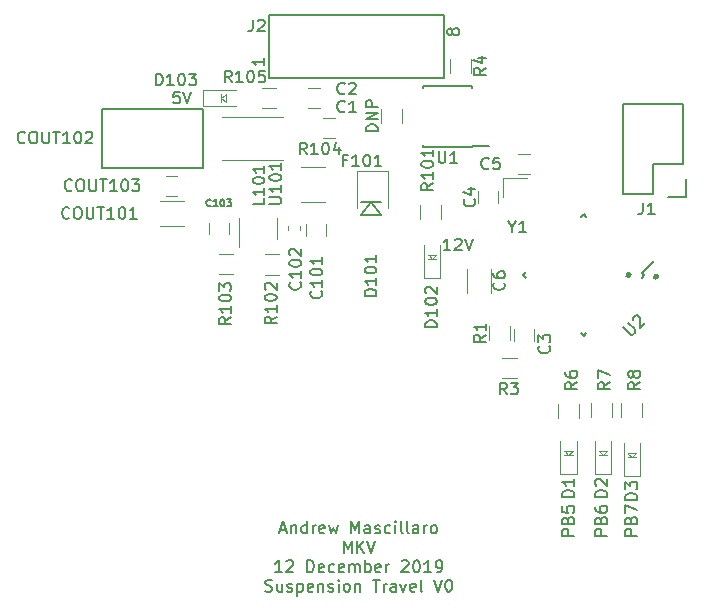
<source format=gbr>
G04 #@! TF.GenerationSoftware,KiCad,Pcbnew,5.1.4*
G04 #@! TF.CreationDate,2019-12-12T21:33:50-05:00*
G04 #@! TF.ProjectId,Suspension_Travel,53757370-656e-4736-996f-6e5f54726176,rev?*
G04 #@! TF.SameCoordinates,Original*
G04 #@! TF.FileFunction,Legend,Top*
G04 #@! TF.FilePolarity,Positive*
%FSLAX46Y46*%
G04 Gerber Fmt 4.6, Leading zero omitted, Abs format (unit mm)*
G04 Created by KiCad (PCBNEW 5.1.4) date 2019-12-12 21:33:50*
%MOMM*%
%LPD*%
G04 APERTURE LIST*
%ADD10C,0.150000*%
%ADD11C,0.120000*%
%ADD12C,0.200000*%
%ADD13C,0.100000*%
%ADD14C,0.500000*%
G04 APERTURE END LIST*
D10*
X121650952Y-121643666D02*
X122127142Y-121643666D01*
X121555714Y-121929380D02*
X121889047Y-120929380D01*
X122222380Y-121929380D01*
X122555714Y-121262714D02*
X122555714Y-121929380D01*
X122555714Y-121357952D02*
X122603333Y-121310333D01*
X122698571Y-121262714D01*
X122841428Y-121262714D01*
X122936666Y-121310333D01*
X122984285Y-121405571D01*
X122984285Y-121929380D01*
X123889047Y-121929380D02*
X123889047Y-120929380D01*
X123889047Y-121881761D02*
X123793809Y-121929380D01*
X123603333Y-121929380D01*
X123508095Y-121881761D01*
X123460476Y-121834142D01*
X123412857Y-121738904D01*
X123412857Y-121453190D01*
X123460476Y-121357952D01*
X123508095Y-121310333D01*
X123603333Y-121262714D01*
X123793809Y-121262714D01*
X123889047Y-121310333D01*
X124365238Y-121929380D02*
X124365238Y-121262714D01*
X124365238Y-121453190D02*
X124412857Y-121357952D01*
X124460476Y-121310333D01*
X124555714Y-121262714D01*
X124650952Y-121262714D01*
X125365238Y-121881761D02*
X125270000Y-121929380D01*
X125079523Y-121929380D01*
X124984285Y-121881761D01*
X124936666Y-121786523D01*
X124936666Y-121405571D01*
X124984285Y-121310333D01*
X125079523Y-121262714D01*
X125270000Y-121262714D01*
X125365238Y-121310333D01*
X125412857Y-121405571D01*
X125412857Y-121500809D01*
X124936666Y-121596047D01*
X125746190Y-121262714D02*
X125936666Y-121929380D01*
X126127142Y-121453190D01*
X126317619Y-121929380D01*
X126508095Y-121262714D01*
X127650952Y-121929380D02*
X127650952Y-120929380D01*
X127984285Y-121643666D01*
X128317619Y-120929380D01*
X128317619Y-121929380D01*
X129222380Y-121929380D02*
X129222380Y-121405571D01*
X129174761Y-121310333D01*
X129079523Y-121262714D01*
X128889047Y-121262714D01*
X128793809Y-121310333D01*
X129222380Y-121881761D02*
X129127142Y-121929380D01*
X128889047Y-121929380D01*
X128793809Y-121881761D01*
X128746190Y-121786523D01*
X128746190Y-121691285D01*
X128793809Y-121596047D01*
X128889047Y-121548428D01*
X129127142Y-121548428D01*
X129222380Y-121500809D01*
X129650952Y-121881761D02*
X129746190Y-121929380D01*
X129936666Y-121929380D01*
X130031904Y-121881761D01*
X130079523Y-121786523D01*
X130079523Y-121738904D01*
X130031904Y-121643666D01*
X129936666Y-121596047D01*
X129793809Y-121596047D01*
X129698571Y-121548428D01*
X129650952Y-121453190D01*
X129650952Y-121405571D01*
X129698571Y-121310333D01*
X129793809Y-121262714D01*
X129936666Y-121262714D01*
X130031904Y-121310333D01*
X130936666Y-121881761D02*
X130841428Y-121929380D01*
X130650952Y-121929380D01*
X130555714Y-121881761D01*
X130508095Y-121834142D01*
X130460476Y-121738904D01*
X130460476Y-121453190D01*
X130508095Y-121357952D01*
X130555714Y-121310333D01*
X130650952Y-121262714D01*
X130841428Y-121262714D01*
X130936666Y-121310333D01*
X131365238Y-121929380D02*
X131365238Y-121262714D01*
X131365238Y-120929380D02*
X131317619Y-120977000D01*
X131365238Y-121024619D01*
X131412857Y-120977000D01*
X131365238Y-120929380D01*
X131365238Y-121024619D01*
X131984285Y-121929380D02*
X131889047Y-121881761D01*
X131841428Y-121786523D01*
X131841428Y-120929380D01*
X132508095Y-121929380D02*
X132412857Y-121881761D01*
X132365238Y-121786523D01*
X132365238Y-120929380D01*
X133317619Y-121929380D02*
X133317619Y-121405571D01*
X133270000Y-121310333D01*
X133174761Y-121262714D01*
X132984285Y-121262714D01*
X132889047Y-121310333D01*
X133317619Y-121881761D02*
X133222380Y-121929380D01*
X132984285Y-121929380D01*
X132889047Y-121881761D01*
X132841428Y-121786523D01*
X132841428Y-121691285D01*
X132889047Y-121596047D01*
X132984285Y-121548428D01*
X133222380Y-121548428D01*
X133317619Y-121500809D01*
X133793809Y-121929380D02*
X133793809Y-121262714D01*
X133793809Y-121453190D02*
X133841428Y-121357952D01*
X133889047Y-121310333D01*
X133984285Y-121262714D01*
X134079523Y-121262714D01*
X134555714Y-121929380D02*
X134460476Y-121881761D01*
X134412857Y-121834142D01*
X134365238Y-121738904D01*
X134365238Y-121453190D01*
X134412857Y-121357952D01*
X134460476Y-121310333D01*
X134555714Y-121262714D01*
X134698571Y-121262714D01*
X134793809Y-121310333D01*
X134841428Y-121357952D01*
X134889047Y-121453190D01*
X134889047Y-121738904D01*
X134841428Y-121834142D01*
X134793809Y-121881761D01*
X134698571Y-121929380D01*
X134555714Y-121929380D01*
X127008095Y-123579380D02*
X127008095Y-122579380D01*
X127341428Y-123293666D01*
X127674761Y-122579380D01*
X127674761Y-123579380D01*
X128150952Y-123579380D02*
X128150952Y-122579380D01*
X128722380Y-123579380D02*
X128293809Y-123007952D01*
X128722380Y-122579380D02*
X128150952Y-123150809D01*
X129008095Y-122579380D02*
X129341428Y-123579380D01*
X129674761Y-122579380D01*
X121770000Y-125229380D02*
X121198571Y-125229380D01*
X121484285Y-125229380D02*
X121484285Y-124229380D01*
X121389047Y-124372238D01*
X121293809Y-124467476D01*
X121198571Y-124515095D01*
X122150952Y-124324619D02*
X122198571Y-124277000D01*
X122293809Y-124229380D01*
X122531904Y-124229380D01*
X122627142Y-124277000D01*
X122674761Y-124324619D01*
X122722380Y-124419857D01*
X122722380Y-124515095D01*
X122674761Y-124657952D01*
X122103333Y-125229380D01*
X122722380Y-125229380D01*
X123912857Y-125229380D02*
X123912857Y-124229380D01*
X124150952Y-124229380D01*
X124293809Y-124277000D01*
X124389047Y-124372238D01*
X124436666Y-124467476D01*
X124484285Y-124657952D01*
X124484285Y-124800809D01*
X124436666Y-124991285D01*
X124389047Y-125086523D01*
X124293809Y-125181761D01*
X124150952Y-125229380D01*
X123912857Y-125229380D01*
X125293809Y-125181761D02*
X125198571Y-125229380D01*
X125008095Y-125229380D01*
X124912857Y-125181761D01*
X124865238Y-125086523D01*
X124865238Y-124705571D01*
X124912857Y-124610333D01*
X125008095Y-124562714D01*
X125198571Y-124562714D01*
X125293809Y-124610333D01*
X125341428Y-124705571D01*
X125341428Y-124800809D01*
X124865238Y-124896047D01*
X126198571Y-125181761D02*
X126103333Y-125229380D01*
X125912857Y-125229380D01*
X125817619Y-125181761D01*
X125770000Y-125134142D01*
X125722380Y-125038904D01*
X125722380Y-124753190D01*
X125770000Y-124657952D01*
X125817619Y-124610333D01*
X125912857Y-124562714D01*
X126103333Y-124562714D01*
X126198571Y-124610333D01*
X127008095Y-125181761D02*
X126912857Y-125229380D01*
X126722380Y-125229380D01*
X126627142Y-125181761D01*
X126579523Y-125086523D01*
X126579523Y-124705571D01*
X126627142Y-124610333D01*
X126722380Y-124562714D01*
X126912857Y-124562714D01*
X127008095Y-124610333D01*
X127055714Y-124705571D01*
X127055714Y-124800809D01*
X126579523Y-124896047D01*
X127484285Y-125229380D02*
X127484285Y-124562714D01*
X127484285Y-124657952D02*
X127531904Y-124610333D01*
X127627142Y-124562714D01*
X127770000Y-124562714D01*
X127865238Y-124610333D01*
X127912857Y-124705571D01*
X127912857Y-125229380D01*
X127912857Y-124705571D02*
X127960476Y-124610333D01*
X128055714Y-124562714D01*
X128198571Y-124562714D01*
X128293809Y-124610333D01*
X128341428Y-124705571D01*
X128341428Y-125229380D01*
X128817619Y-125229380D02*
X128817619Y-124229380D01*
X128817619Y-124610333D02*
X128912857Y-124562714D01*
X129103333Y-124562714D01*
X129198571Y-124610333D01*
X129246190Y-124657952D01*
X129293809Y-124753190D01*
X129293809Y-125038904D01*
X129246190Y-125134142D01*
X129198571Y-125181761D01*
X129103333Y-125229380D01*
X128912857Y-125229380D01*
X128817619Y-125181761D01*
X130103333Y-125181761D02*
X130008095Y-125229380D01*
X129817619Y-125229380D01*
X129722380Y-125181761D01*
X129674761Y-125086523D01*
X129674761Y-124705571D01*
X129722380Y-124610333D01*
X129817619Y-124562714D01*
X130008095Y-124562714D01*
X130103333Y-124610333D01*
X130150952Y-124705571D01*
X130150952Y-124800809D01*
X129674761Y-124896047D01*
X130579523Y-125229380D02*
X130579523Y-124562714D01*
X130579523Y-124753190D02*
X130627142Y-124657952D01*
X130674761Y-124610333D01*
X130770000Y-124562714D01*
X130865238Y-124562714D01*
X131912857Y-124324619D02*
X131960476Y-124277000D01*
X132055714Y-124229380D01*
X132293809Y-124229380D01*
X132389047Y-124277000D01*
X132436666Y-124324619D01*
X132484285Y-124419857D01*
X132484285Y-124515095D01*
X132436666Y-124657952D01*
X131865238Y-125229380D01*
X132484285Y-125229380D01*
X133103333Y-124229380D02*
X133198571Y-124229380D01*
X133293809Y-124277000D01*
X133341428Y-124324619D01*
X133389047Y-124419857D01*
X133436666Y-124610333D01*
X133436666Y-124848428D01*
X133389047Y-125038904D01*
X133341428Y-125134142D01*
X133293809Y-125181761D01*
X133198571Y-125229380D01*
X133103333Y-125229380D01*
X133008095Y-125181761D01*
X132960476Y-125134142D01*
X132912857Y-125038904D01*
X132865238Y-124848428D01*
X132865238Y-124610333D01*
X132912857Y-124419857D01*
X132960476Y-124324619D01*
X133008095Y-124277000D01*
X133103333Y-124229380D01*
X134389047Y-125229380D02*
X133817619Y-125229380D01*
X134103333Y-125229380D02*
X134103333Y-124229380D01*
X134008095Y-124372238D01*
X133912857Y-124467476D01*
X133817619Y-124515095D01*
X134865238Y-125229380D02*
X135055714Y-125229380D01*
X135150952Y-125181761D01*
X135198571Y-125134142D01*
X135293809Y-124991285D01*
X135341428Y-124800809D01*
X135341428Y-124419857D01*
X135293809Y-124324619D01*
X135246190Y-124277000D01*
X135150952Y-124229380D01*
X134960476Y-124229380D01*
X134865238Y-124277000D01*
X134817619Y-124324619D01*
X134770000Y-124419857D01*
X134770000Y-124657952D01*
X134817619Y-124753190D01*
X134865238Y-124800809D01*
X134960476Y-124848428D01*
X135150952Y-124848428D01*
X135246190Y-124800809D01*
X135293809Y-124753190D01*
X135341428Y-124657952D01*
X120365238Y-126831761D02*
X120508095Y-126879380D01*
X120746190Y-126879380D01*
X120841428Y-126831761D01*
X120889047Y-126784142D01*
X120936666Y-126688904D01*
X120936666Y-126593666D01*
X120889047Y-126498428D01*
X120841428Y-126450809D01*
X120746190Y-126403190D01*
X120555714Y-126355571D01*
X120460476Y-126307952D01*
X120412857Y-126260333D01*
X120365238Y-126165095D01*
X120365238Y-126069857D01*
X120412857Y-125974619D01*
X120460476Y-125927000D01*
X120555714Y-125879380D01*
X120793809Y-125879380D01*
X120936666Y-125927000D01*
X121793809Y-126212714D02*
X121793809Y-126879380D01*
X121365238Y-126212714D02*
X121365238Y-126736523D01*
X121412857Y-126831761D01*
X121508095Y-126879380D01*
X121650952Y-126879380D01*
X121746190Y-126831761D01*
X121793809Y-126784142D01*
X122222380Y-126831761D02*
X122317619Y-126879380D01*
X122508095Y-126879380D01*
X122603333Y-126831761D01*
X122650952Y-126736523D01*
X122650952Y-126688904D01*
X122603333Y-126593666D01*
X122508095Y-126546047D01*
X122365238Y-126546047D01*
X122270000Y-126498428D01*
X122222380Y-126403190D01*
X122222380Y-126355571D01*
X122270000Y-126260333D01*
X122365238Y-126212714D01*
X122508095Y-126212714D01*
X122603333Y-126260333D01*
X123079523Y-126212714D02*
X123079523Y-127212714D01*
X123079523Y-126260333D02*
X123174761Y-126212714D01*
X123365238Y-126212714D01*
X123460476Y-126260333D01*
X123508095Y-126307952D01*
X123555714Y-126403190D01*
X123555714Y-126688904D01*
X123508095Y-126784142D01*
X123460476Y-126831761D01*
X123365238Y-126879380D01*
X123174761Y-126879380D01*
X123079523Y-126831761D01*
X124365238Y-126831761D02*
X124270000Y-126879380D01*
X124079523Y-126879380D01*
X123984285Y-126831761D01*
X123936666Y-126736523D01*
X123936666Y-126355571D01*
X123984285Y-126260333D01*
X124079523Y-126212714D01*
X124270000Y-126212714D01*
X124365238Y-126260333D01*
X124412857Y-126355571D01*
X124412857Y-126450809D01*
X123936666Y-126546047D01*
X124841428Y-126212714D02*
X124841428Y-126879380D01*
X124841428Y-126307952D02*
X124889047Y-126260333D01*
X124984285Y-126212714D01*
X125127142Y-126212714D01*
X125222380Y-126260333D01*
X125270000Y-126355571D01*
X125270000Y-126879380D01*
X125698571Y-126831761D02*
X125793809Y-126879380D01*
X125984285Y-126879380D01*
X126079523Y-126831761D01*
X126127142Y-126736523D01*
X126127142Y-126688904D01*
X126079523Y-126593666D01*
X125984285Y-126546047D01*
X125841428Y-126546047D01*
X125746190Y-126498428D01*
X125698571Y-126403190D01*
X125698571Y-126355571D01*
X125746190Y-126260333D01*
X125841428Y-126212714D01*
X125984285Y-126212714D01*
X126079523Y-126260333D01*
X126555714Y-126879380D02*
X126555714Y-126212714D01*
X126555714Y-125879380D02*
X126508095Y-125927000D01*
X126555714Y-125974619D01*
X126603333Y-125927000D01*
X126555714Y-125879380D01*
X126555714Y-125974619D01*
X127174761Y-126879380D02*
X127079523Y-126831761D01*
X127031904Y-126784142D01*
X126984285Y-126688904D01*
X126984285Y-126403190D01*
X127031904Y-126307952D01*
X127079523Y-126260333D01*
X127174761Y-126212714D01*
X127317619Y-126212714D01*
X127412857Y-126260333D01*
X127460476Y-126307952D01*
X127508095Y-126403190D01*
X127508095Y-126688904D01*
X127460476Y-126784142D01*
X127412857Y-126831761D01*
X127317619Y-126879380D01*
X127174761Y-126879380D01*
X127936666Y-126212714D02*
X127936666Y-126879380D01*
X127936666Y-126307952D02*
X127984285Y-126260333D01*
X128079523Y-126212714D01*
X128222380Y-126212714D01*
X128317619Y-126260333D01*
X128365238Y-126355571D01*
X128365238Y-126879380D01*
X129460476Y-125879380D02*
X130031904Y-125879380D01*
X129746190Y-126879380D02*
X129746190Y-125879380D01*
X130365238Y-126879380D02*
X130365238Y-126212714D01*
X130365238Y-126403190D02*
X130412857Y-126307952D01*
X130460476Y-126260333D01*
X130555714Y-126212714D01*
X130650952Y-126212714D01*
X131412857Y-126879380D02*
X131412857Y-126355571D01*
X131365238Y-126260333D01*
X131270000Y-126212714D01*
X131079523Y-126212714D01*
X130984285Y-126260333D01*
X131412857Y-126831761D02*
X131317619Y-126879380D01*
X131079523Y-126879380D01*
X130984285Y-126831761D01*
X130936666Y-126736523D01*
X130936666Y-126641285D01*
X130984285Y-126546047D01*
X131079523Y-126498428D01*
X131317619Y-126498428D01*
X131412857Y-126450809D01*
X131793809Y-126212714D02*
X132031904Y-126879380D01*
X132270000Y-126212714D01*
X133031904Y-126831761D02*
X132936666Y-126879380D01*
X132746190Y-126879380D01*
X132650952Y-126831761D01*
X132603333Y-126736523D01*
X132603333Y-126355571D01*
X132650952Y-126260333D01*
X132746190Y-126212714D01*
X132936666Y-126212714D01*
X133031904Y-126260333D01*
X133079523Y-126355571D01*
X133079523Y-126450809D01*
X132603333Y-126546047D01*
X133650952Y-126879380D02*
X133555714Y-126831761D01*
X133508095Y-126736523D01*
X133508095Y-125879380D01*
X134650952Y-125879380D02*
X134984285Y-126879380D01*
X135317619Y-125879380D01*
X135841428Y-125879380D02*
X135936666Y-125879380D01*
X136031904Y-125927000D01*
X136079523Y-125974619D01*
X136127142Y-126069857D01*
X136174761Y-126260333D01*
X136174761Y-126498428D01*
X136127142Y-126688904D01*
X136079523Y-126784142D01*
X136031904Y-126831761D01*
X135936666Y-126879380D01*
X135841428Y-126879380D01*
X135746190Y-126831761D01*
X135698571Y-126784142D01*
X135650952Y-126688904D01*
X135603333Y-126498428D01*
X135603333Y-126260333D01*
X135650952Y-126069857D01*
X135698571Y-125974619D01*
X135746190Y-125927000D01*
X135841428Y-125879380D01*
X151836380Y-122142095D02*
X150836380Y-122142095D01*
X150836380Y-121761142D01*
X150884000Y-121665904D01*
X150931619Y-121618285D01*
X151026857Y-121570666D01*
X151169714Y-121570666D01*
X151264952Y-121618285D01*
X151312571Y-121665904D01*
X151360190Y-121761142D01*
X151360190Y-122142095D01*
X151312571Y-120808761D02*
X151360190Y-120665904D01*
X151407809Y-120618285D01*
X151503047Y-120570666D01*
X151645904Y-120570666D01*
X151741142Y-120618285D01*
X151788761Y-120665904D01*
X151836380Y-120761142D01*
X151836380Y-121142095D01*
X150836380Y-121142095D01*
X150836380Y-120808761D01*
X150884000Y-120713523D01*
X150931619Y-120665904D01*
X151026857Y-120618285D01*
X151122095Y-120618285D01*
X151217333Y-120665904D01*
X151264952Y-120713523D01*
X151312571Y-120808761D01*
X151312571Y-121142095D01*
X150836380Y-120237333D02*
X150836380Y-119570666D01*
X151836380Y-119999238D01*
X149296380Y-122142095D02*
X148296380Y-122142095D01*
X148296380Y-121761142D01*
X148344000Y-121665904D01*
X148391619Y-121618285D01*
X148486857Y-121570666D01*
X148629714Y-121570666D01*
X148724952Y-121618285D01*
X148772571Y-121665904D01*
X148820190Y-121761142D01*
X148820190Y-122142095D01*
X148772571Y-120808761D02*
X148820190Y-120665904D01*
X148867809Y-120618285D01*
X148963047Y-120570666D01*
X149105904Y-120570666D01*
X149201142Y-120618285D01*
X149248761Y-120665904D01*
X149296380Y-120761142D01*
X149296380Y-121142095D01*
X148296380Y-121142095D01*
X148296380Y-120808761D01*
X148344000Y-120713523D01*
X148391619Y-120665904D01*
X148486857Y-120618285D01*
X148582095Y-120618285D01*
X148677333Y-120665904D01*
X148724952Y-120713523D01*
X148772571Y-120808761D01*
X148772571Y-121142095D01*
X148296380Y-119713523D02*
X148296380Y-119904000D01*
X148344000Y-119999238D01*
X148391619Y-120046857D01*
X148534476Y-120142095D01*
X148724952Y-120189714D01*
X149105904Y-120189714D01*
X149201142Y-120142095D01*
X149248761Y-120094476D01*
X149296380Y-119999238D01*
X149296380Y-119808761D01*
X149248761Y-119713523D01*
X149201142Y-119665904D01*
X149105904Y-119618285D01*
X148867809Y-119618285D01*
X148772571Y-119665904D01*
X148724952Y-119713523D01*
X148677333Y-119808761D01*
X148677333Y-119999238D01*
X148724952Y-120094476D01*
X148772571Y-120142095D01*
X148867809Y-120189714D01*
X146502380Y-122142095D02*
X145502380Y-122142095D01*
X145502380Y-121761142D01*
X145550000Y-121665904D01*
X145597619Y-121618285D01*
X145692857Y-121570666D01*
X145835714Y-121570666D01*
X145930952Y-121618285D01*
X145978571Y-121665904D01*
X146026190Y-121761142D01*
X146026190Y-122142095D01*
X145978571Y-120808761D02*
X146026190Y-120665904D01*
X146073809Y-120618285D01*
X146169047Y-120570666D01*
X146311904Y-120570666D01*
X146407142Y-120618285D01*
X146454761Y-120665904D01*
X146502380Y-120761142D01*
X146502380Y-121142095D01*
X145502380Y-121142095D01*
X145502380Y-120808761D01*
X145550000Y-120713523D01*
X145597619Y-120665904D01*
X145692857Y-120618285D01*
X145788095Y-120618285D01*
X145883333Y-120665904D01*
X145930952Y-120713523D01*
X145978571Y-120808761D01*
X145978571Y-121142095D01*
X145502380Y-119665904D02*
X145502380Y-120142095D01*
X145978571Y-120189714D01*
X145930952Y-120142095D01*
X145883333Y-120046857D01*
X145883333Y-119808761D01*
X145930952Y-119713523D01*
X145978571Y-119665904D01*
X146073809Y-119618285D01*
X146311904Y-119618285D01*
X146407142Y-119665904D01*
X146454761Y-119713523D01*
X146502380Y-119808761D01*
X146502380Y-120046857D01*
X146454761Y-120142095D01*
X146407142Y-120189714D01*
X136032952Y-97988380D02*
X135461523Y-97988380D01*
X135747238Y-97988380D02*
X135747238Y-96988380D01*
X135652000Y-97131238D01*
X135556761Y-97226476D01*
X135461523Y-97274095D01*
X136413904Y-97083619D02*
X136461523Y-97036000D01*
X136556761Y-96988380D01*
X136794857Y-96988380D01*
X136890095Y-97036000D01*
X136937714Y-97083619D01*
X136985333Y-97178857D01*
X136985333Y-97274095D01*
X136937714Y-97416952D01*
X136366285Y-97988380D01*
X136985333Y-97988380D01*
X137271047Y-96988380D02*
X137604380Y-97988380D01*
X137937714Y-96988380D01*
X113093523Y-84542380D02*
X112617333Y-84542380D01*
X112569714Y-85018571D01*
X112617333Y-84970952D01*
X112712571Y-84923333D01*
X112950666Y-84923333D01*
X113045904Y-84970952D01*
X113093523Y-85018571D01*
X113141142Y-85113809D01*
X113141142Y-85351904D01*
X113093523Y-85447142D01*
X113045904Y-85494761D01*
X112950666Y-85542380D01*
X112712571Y-85542380D01*
X112617333Y-85494761D01*
X112569714Y-85447142D01*
X113426857Y-84542380D02*
X113760190Y-85542380D01*
X114093523Y-84542380D01*
X135451800Y-83396600D02*
X135451800Y-78096600D01*
X120681800Y-83396600D02*
X120681800Y-78096600D01*
X135451800Y-83396600D02*
X120681800Y-83396600D01*
X135451800Y-78096600D02*
X120681800Y-78096600D01*
X115050700Y-86019000D02*
X115050700Y-91019000D01*
X106550700Y-86019000D02*
X115050700Y-86019000D01*
X106550700Y-91019000D02*
X106550700Y-86019000D01*
X115050700Y-91019000D02*
X106550700Y-91019000D01*
D11*
X117258200Y-96639000D02*
X117258200Y-95639000D01*
X115558200Y-95639000D02*
X115558200Y-96639000D01*
X123409200Y-90912500D02*
X125409200Y-90912500D01*
X125409200Y-93872500D02*
X123409200Y-93872500D01*
X117635580Y-100021280D02*
X116435580Y-100021280D01*
X116435580Y-98261280D02*
X117635580Y-98261280D01*
X120321780Y-98276520D02*
X121521780Y-98276520D01*
X121521780Y-100036520D02*
X120321780Y-100036520D01*
X120050000Y-84210000D02*
X121250000Y-84210000D01*
X121250000Y-85970000D02*
X120050000Y-85970000D01*
X121851800Y-90333920D02*
X116651800Y-90333920D01*
X116651800Y-86693920D02*
X121851800Y-86693920D01*
X121312400Y-97054200D02*
X121312400Y-95254200D01*
X118092400Y-95254200D02*
X118092400Y-97704200D01*
X111431700Y-95889000D02*
X113431700Y-95889000D01*
X113431700Y-93849000D02*
X111431700Y-93849000D01*
X111907700Y-93369500D02*
X112907700Y-93369500D01*
X112907700Y-91669500D02*
X111907700Y-91669500D01*
D12*
X128425700Y-95024500D02*
X129325700Y-93924500D01*
X130125700Y-95024500D02*
X128425700Y-95024500D01*
X129325700Y-93924500D02*
X130125700Y-95024500D01*
X130125700Y-93924500D02*
X128425700Y-93924500D01*
D11*
X130759200Y-91249500D02*
X128092200Y-91249500D01*
X128092200Y-91249500D02*
X128092200Y-94424500D01*
X130759200Y-91249500D02*
X130759200Y-94424500D01*
D13*
X116640000Y-85440000D02*
X116640000Y-85090000D01*
X116640000Y-85090000D02*
X116640000Y-84740000D01*
X116990000Y-85440000D02*
X116640000Y-85090000D01*
X116990000Y-85390000D02*
X116990000Y-85440000D01*
X116990000Y-85440000D02*
X116990000Y-85390000D01*
X116990000Y-84740000D02*
X116990000Y-85390000D01*
X116940000Y-84790000D02*
X116990000Y-84740000D01*
X116640000Y-85090000D02*
X116940000Y-84790000D01*
D11*
X115040000Y-84390000D02*
X115040000Y-85790000D01*
X115040000Y-85790000D02*
X117840000Y-85790000D01*
X115040000Y-84390000D02*
X117840000Y-84390000D01*
D13*
X134830000Y-98720000D02*
X134480000Y-98720000D01*
X134480000Y-98720000D02*
X134130000Y-98720000D01*
X134830000Y-98370000D02*
X134480000Y-98720000D01*
X134780000Y-98370000D02*
X134830000Y-98370000D01*
X134830000Y-98370000D02*
X134780000Y-98370000D01*
X134130000Y-98370000D02*
X134780000Y-98370000D01*
X134180000Y-98420000D02*
X134130000Y-98370000D01*
X134480000Y-98720000D02*
X134180000Y-98420000D01*
D11*
X133780000Y-100320000D02*
X135180000Y-100320000D01*
X135180000Y-100320000D02*
X135180000Y-97520000D01*
X133780000Y-100320000D02*
X133780000Y-97520000D01*
X123777640Y-95750000D02*
X123777640Y-96750000D01*
X125477640Y-96750000D02*
X125477640Y-95750000D01*
X123331700Y-95896721D02*
X123331700Y-96222279D01*
X122311700Y-95896721D02*
X122311700Y-96222279D01*
X126230000Y-86780000D02*
X125230000Y-86780000D01*
X125230000Y-88480000D02*
X126230000Y-88480000D01*
X123960000Y-85940000D02*
X124960000Y-85940000D01*
X124960000Y-84240000D02*
X123960000Y-84240000D01*
X141390000Y-104672000D02*
X141390000Y-105672000D01*
X143090000Y-105672000D02*
X143090000Y-104672000D01*
X140042000Y-93972000D02*
X140042000Y-92972000D01*
X138342000Y-92972000D02*
X138342000Y-93972000D01*
X141740000Y-91528000D02*
X142740000Y-91528000D01*
X142740000Y-89828000D02*
X141740000Y-89828000D01*
X139450000Y-101560000D02*
X139450000Y-99560000D01*
X137410000Y-99560000D02*
X137410000Y-101560000D01*
X145324600Y-116912800D02*
X145324600Y-114112800D01*
X146724600Y-116912800D02*
X146724600Y-114112800D01*
X145324600Y-116912800D02*
X146724600Y-116912800D01*
D13*
X146024600Y-115312800D02*
X145724600Y-115012800D01*
X145724600Y-115012800D02*
X145674600Y-114962800D01*
X145674600Y-114962800D02*
X146324600Y-114962800D01*
X146374600Y-114962800D02*
X146324600Y-114962800D01*
X146324600Y-114962800D02*
X146374600Y-114962800D01*
X146374600Y-114962800D02*
X146024600Y-115312800D01*
X146024600Y-115312800D02*
X145674600Y-115312800D01*
X146374600Y-115312800D02*
X146024600Y-115312800D01*
X149295600Y-115312800D02*
X148945600Y-115312800D01*
X148945600Y-115312800D02*
X148595600Y-115312800D01*
X149295600Y-114962800D02*
X148945600Y-115312800D01*
X149245600Y-114962800D02*
X149295600Y-114962800D01*
X149295600Y-114962800D02*
X149245600Y-114962800D01*
X148595600Y-114962800D02*
X149245600Y-114962800D01*
X148645600Y-115012800D02*
X148595600Y-114962800D01*
X148945600Y-115312800D02*
X148645600Y-115012800D01*
D11*
X148245600Y-116912800D02*
X149645600Y-116912800D01*
X149645600Y-116912800D02*
X149645600Y-114112800D01*
X148245600Y-116912800D02*
X148245600Y-114112800D01*
D13*
X151734000Y-115516000D02*
X151384000Y-115516000D01*
X151384000Y-115516000D02*
X151034000Y-115516000D01*
X151734000Y-115166000D02*
X151384000Y-115516000D01*
X151684000Y-115166000D02*
X151734000Y-115166000D01*
X151734000Y-115166000D02*
X151684000Y-115166000D01*
X151034000Y-115166000D02*
X151684000Y-115166000D01*
X151084000Y-115216000D02*
X151034000Y-115166000D01*
X151384000Y-115516000D02*
X151084000Y-115216000D01*
D11*
X150684000Y-117116000D02*
X152084000Y-117116000D01*
X152084000Y-117116000D02*
X152084000Y-114316000D01*
X150684000Y-117116000D02*
X150684000Y-114316000D01*
D10*
X155702000Y-90678000D02*
X155702000Y-85598000D01*
X155982000Y-93498000D02*
X154432000Y-93498000D01*
X153162000Y-93218000D02*
X153162000Y-90678000D01*
X153162000Y-90678000D02*
X155702000Y-90678000D01*
X155702000Y-85598000D02*
X150622000Y-85598000D01*
X150622000Y-85598000D02*
X150622000Y-90678000D01*
X155982000Y-93498000D02*
X155982000Y-91948000D01*
X150622000Y-93218000D02*
X153162000Y-93218000D01*
X150622000Y-90678000D02*
X150622000Y-93218000D01*
D11*
X139328000Y-105568000D02*
X139328000Y-104368000D01*
X141088000Y-104368000D02*
X141088000Y-105568000D01*
X130184000Y-87214000D02*
X130184000Y-86014000D01*
X131944000Y-86014000D02*
X131944000Y-87214000D01*
X141636000Y-108830000D02*
X140436000Y-108830000D01*
X140436000Y-107070000D02*
X141636000Y-107070000D01*
X137786000Y-81762000D02*
X137786000Y-82962000D01*
X136026000Y-82962000D02*
X136026000Y-81762000D01*
X145170000Y-112172000D02*
X145170000Y-110972000D01*
X146930000Y-110972000D02*
X146930000Y-112172000D01*
X147964000Y-112106000D02*
X147964000Y-110906000D01*
X149724000Y-110906000D02*
X149724000Y-112106000D01*
X152264000Y-110906000D02*
X152264000Y-112106000D01*
X150504000Y-112106000D02*
X150504000Y-110906000D01*
D10*
X137871000Y-89214400D02*
X137871000Y-89164400D01*
X133721000Y-89214400D02*
X133721000Y-89069400D01*
X133721000Y-84064400D02*
X133721000Y-84209400D01*
X137871000Y-84064400D02*
X137871000Y-84209400D01*
X137871000Y-89214400D02*
X133721000Y-89214400D01*
X137871000Y-84064400D02*
X133721000Y-84064400D01*
X137871000Y-89164400D02*
X139271000Y-89164400D01*
D14*
X151124548Y-100058039D02*
G75*
G03X151124548Y-100058039I-50801J0D01*
G01*
X153459414Y-100201724D02*
G75*
G03X153459414Y-100201724I-50800J0D01*
G01*
D10*
X152446524Y-100076000D02*
X152287425Y-99916901D01*
X147320000Y-105202524D02*
X147090190Y-104972714D01*
X142193476Y-100076000D02*
X142423286Y-100305810D01*
X147320000Y-94949476D02*
X147549810Y-95179286D01*
X152446524Y-100076000D02*
X152216714Y-100305810D01*
X147320000Y-94949476D02*
X147090190Y-95179286D01*
X142193476Y-100076000D02*
X142423286Y-99846190D01*
X147320000Y-105202524D02*
X147549810Y-104972714D01*
X152287425Y-99916901D02*
X153295052Y-98909274D01*
D13*
X140494000Y-91872000D02*
X142494000Y-91872000D01*
X140494000Y-91872000D02*
X140494000Y-93472000D01*
D11*
X133486000Y-95342000D02*
X133486000Y-94142000D01*
X135246000Y-94142000D02*
X135246000Y-95342000D01*
D10*
X119300666Y-78446380D02*
X119300666Y-79160666D01*
X119253047Y-79303523D01*
X119157809Y-79398761D01*
X119014952Y-79446380D01*
X118919714Y-79446380D01*
X119729238Y-78541619D02*
X119776857Y-78494000D01*
X119872095Y-78446380D01*
X120110190Y-78446380D01*
X120205428Y-78494000D01*
X120253047Y-78541619D01*
X120300666Y-78636857D01*
X120300666Y-78732095D01*
X120253047Y-78874952D01*
X119681619Y-79446380D01*
X120300666Y-79446380D01*
X136202752Y-79571838D02*
X136155133Y-79667076D01*
X136107514Y-79714695D01*
X136012276Y-79762314D01*
X135964657Y-79762314D01*
X135869419Y-79714695D01*
X135821800Y-79667076D01*
X135774180Y-79571838D01*
X135774180Y-79381361D01*
X135821800Y-79286123D01*
X135869419Y-79238504D01*
X135964657Y-79190885D01*
X136012276Y-79190885D01*
X136107514Y-79238504D01*
X136155133Y-79286123D01*
X136202752Y-79381361D01*
X136202752Y-79571838D01*
X136250371Y-79667076D01*
X136297990Y-79714695D01*
X136393228Y-79762314D01*
X136583704Y-79762314D01*
X136678942Y-79714695D01*
X136726561Y-79667076D01*
X136774180Y-79571838D01*
X136774180Y-79381361D01*
X136726561Y-79286123D01*
X136678942Y-79238504D01*
X136583704Y-79190885D01*
X136393228Y-79190885D01*
X136297990Y-79238504D01*
X136250371Y-79286123D01*
X136202752Y-79381361D01*
X120264180Y-81730885D02*
X120264180Y-82302314D01*
X120264180Y-82016600D02*
X119264180Y-82016600D01*
X119407038Y-82111838D01*
X119502276Y-82207076D01*
X119549895Y-82302314D01*
X100007380Y-88827142D02*
X99959761Y-88874761D01*
X99816904Y-88922380D01*
X99721666Y-88922380D01*
X99578809Y-88874761D01*
X99483571Y-88779523D01*
X99435952Y-88684285D01*
X99388333Y-88493809D01*
X99388333Y-88350952D01*
X99435952Y-88160476D01*
X99483571Y-88065238D01*
X99578809Y-87970000D01*
X99721666Y-87922380D01*
X99816904Y-87922380D01*
X99959761Y-87970000D01*
X100007380Y-88017619D01*
X100626428Y-87922380D02*
X100816904Y-87922380D01*
X100912142Y-87970000D01*
X101007380Y-88065238D01*
X101055000Y-88255714D01*
X101055000Y-88589047D01*
X101007380Y-88779523D01*
X100912142Y-88874761D01*
X100816904Y-88922380D01*
X100626428Y-88922380D01*
X100531190Y-88874761D01*
X100435952Y-88779523D01*
X100388333Y-88589047D01*
X100388333Y-88255714D01*
X100435952Y-88065238D01*
X100531190Y-87970000D01*
X100626428Y-87922380D01*
X101483571Y-87922380D02*
X101483571Y-88731904D01*
X101531190Y-88827142D01*
X101578809Y-88874761D01*
X101674047Y-88922380D01*
X101864523Y-88922380D01*
X101959761Y-88874761D01*
X102007380Y-88827142D01*
X102055000Y-88731904D01*
X102055000Y-87922380D01*
X102388333Y-87922380D02*
X102959761Y-87922380D01*
X102674047Y-88922380D02*
X102674047Y-87922380D01*
X103816904Y-88922380D02*
X103245476Y-88922380D01*
X103531190Y-88922380D02*
X103531190Y-87922380D01*
X103435952Y-88065238D01*
X103340714Y-88160476D01*
X103245476Y-88208095D01*
X104435952Y-87922380D02*
X104531190Y-87922380D01*
X104626428Y-87970000D01*
X104674047Y-88017619D01*
X104721666Y-88112857D01*
X104769285Y-88303333D01*
X104769285Y-88541428D01*
X104721666Y-88731904D01*
X104674047Y-88827142D01*
X104626428Y-88874761D01*
X104531190Y-88922380D01*
X104435952Y-88922380D01*
X104340714Y-88874761D01*
X104293095Y-88827142D01*
X104245476Y-88731904D01*
X104197857Y-88541428D01*
X104197857Y-88303333D01*
X104245476Y-88112857D01*
X104293095Y-88017619D01*
X104340714Y-87970000D01*
X104435952Y-87922380D01*
X105150238Y-88017619D02*
X105197857Y-87970000D01*
X105293095Y-87922380D01*
X105531190Y-87922380D01*
X105626428Y-87970000D01*
X105674047Y-88017619D01*
X105721666Y-88112857D01*
X105721666Y-88208095D01*
X105674047Y-88350952D01*
X105102619Y-88922380D01*
X105721666Y-88922380D01*
X115739971Y-94194285D02*
X115711400Y-94222857D01*
X115625685Y-94251428D01*
X115568542Y-94251428D01*
X115482828Y-94222857D01*
X115425685Y-94165714D01*
X115397114Y-94108571D01*
X115368542Y-93994285D01*
X115368542Y-93908571D01*
X115397114Y-93794285D01*
X115425685Y-93737142D01*
X115482828Y-93680000D01*
X115568542Y-93651428D01*
X115625685Y-93651428D01*
X115711400Y-93680000D01*
X115739971Y-93708571D01*
X116311400Y-94251428D02*
X115968542Y-94251428D01*
X116139971Y-94251428D02*
X116139971Y-93651428D01*
X116082828Y-93737142D01*
X116025685Y-93794285D01*
X115968542Y-93822857D01*
X116682828Y-93651428D02*
X116739971Y-93651428D01*
X116797114Y-93680000D01*
X116825685Y-93708571D01*
X116854257Y-93765714D01*
X116882828Y-93880000D01*
X116882828Y-94022857D01*
X116854257Y-94137142D01*
X116825685Y-94194285D01*
X116797114Y-94222857D01*
X116739971Y-94251428D01*
X116682828Y-94251428D01*
X116625685Y-94222857D01*
X116597114Y-94194285D01*
X116568542Y-94137142D01*
X116539971Y-94022857D01*
X116539971Y-93880000D01*
X116568542Y-93765714D01*
X116597114Y-93708571D01*
X116625685Y-93680000D01*
X116682828Y-93651428D01*
X117082828Y-93651428D02*
X117454257Y-93651428D01*
X117254257Y-93880000D01*
X117339971Y-93880000D01*
X117397114Y-93908571D01*
X117425685Y-93937142D01*
X117454257Y-93994285D01*
X117454257Y-94137142D01*
X117425685Y-94194285D01*
X117397114Y-94222857D01*
X117339971Y-94251428D01*
X117168542Y-94251428D01*
X117111400Y-94222857D01*
X117082828Y-94194285D01*
X127238285Y-90352571D02*
X126904952Y-90352571D01*
X126904952Y-90876380D02*
X126904952Y-89876380D01*
X127381142Y-89876380D01*
X128285904Y-90876380D02*
X127714476Y-90876380D01*
X128000190Y-90876380D02*
X128000190Y-89876380D01*
X127904952Y-90019238D01*
X127809714Y-90114476D01*
X127714476Y-90162095D01*
X128904952Y-89876380D02*
X129000190Y-89876380D01*
X129095428Y-89924000D01*
X129143047Y-89971619D01*
X129190666Y-90066857D01*
X129238285Y-90257333D01*
X129238285Y-90495428D01*
X129190666Y-90685904D01*
X129143047Y-90781142D01*
X129095428Y-90828761D01*
X129000190Y-90876380D01*
X128904952Y-90876380D01*
X128809714Y-90828761D01*
X128762095Y-90781142D01*
X128714476Y-90685904D01*
X128666857Y-90495428D01*
X128666857Y-90257333D01*
X128714476Y-90066857D01*
X128762095Y-89971619D01*
X128809714Y-89924000D01*
X128904952Y-89876380D01*
X130190666Y-90876380D02*
X129619238Y-90876380D01*
X129904952Y-90876380D02*
X129904952Y-89876380D01*
X129809714Y-90019238D01*
X129714476Y-90114476D01*
X129619238Y-90162095D01*
X120282380Y-93589047D02*
X120282380Y-94065238D01*
X119282380Y-94065238D01*
X120282380Y-92731904D02*
X120282380Y-93303333D01*
X120282380Y-93017619D02*
X119282380Y-93017619D01*
X119425238Y-93112857D01*
X119520476Y-93208095D01*
X119568095Y-93303333D01*
X119282380Y-92112857D02*
X119282380Y-92017619D01*
X119330000Y-91922380D01*
X119377619Y-91874761D01*
X119472857Y-91827142D01*
X119663333Y-91779523D01*
X119901428Y-91779523D01*
X120091904Y-91827142D01*
X120187142Y-91874761D01*
X120234761Y-91922380D01*
X120282380Y-92017619D01*
X120282380Y-92112857D01*
X120234761Y-92208095D01*
X120187142Y-92255714D01*
X120091904Y-92303333D01*
X119901428Y-92350952D01*
X119663333Y-92350952D01*
X119472857Y-92303333D01*
X119377619Y-92255714D01*
X119330000Y-92208095D01*
X119282380Y-92112857D01*
X120282380Y-90827142D02*
X120282380Y-91398571D01*
X120282380Y-91112857D02*
X119282380Y-91112857D01*
X119425238Y-91208095D01*
X119520476Y-91303333D01*
X119568095Y-91398571D01*
X117457380Y-103639047D02*
X116981190Y-103972380D01*
X117457380Y-104210476D02*
X116457380Y-104210476D01*
X116457380Y-103829523D01*
X116505000Y-103734285D01*
X116552619Y-103686666D01*
X116647857Y-103639047D01*
X116790714Y-103639047D01*
X116885952Y-103686666D01*
X116933571Y-103734285D01*
X116981190Y-103829523D01*
X116981190Y-104210476D01*
X117457380Y-102686666D02*
X117457380Y-103258095D01*
X117457380Y-102972380D02*
X116457380Y-102972380D01*
X116600238Y-103067619D01*
X116695476Y-103162857D01*
X116743095Y-103258095D01*
X116457380Y-102067619D02*
X116457380Y-101972380D01*
X116505000Y-101877142D01*
X116552619Y-101829523D01*
X116647857Y-101781904D01*
X116838333Y-101734285D01*
X117076428Y-101734285D01*
X117266904Y-101781904D01*
X117362142Y-101829523D01*
X117409761Y-101877142D01*
X117457380Y-101972380D01*
X117457380Y-102067619D01*
X117409761Y-102162857D01*
X117362142Y-102210476D01*
X117266904Y-102258095D01*
X117076428Y-102305714D01*
X116838333Y-102305714D01*
X116647857Y-102258095D01*
X116552619Y-102210476D01*
X116505000Y-102162857D01*
X116457380Y-102067619D01*
X116457380Y-101400952D02*
X116457380Y-100781904D01*
X116838333Y-101115238D01*
X116838333Y-100972380D01*
X116885952Y-100877142D01*
X116933571Y-100829523D01*
X117028809Y-100781904D01*
X117266904Y-100781904D01*
X117362142Y-100829523D01*
X117409761Y-100877142D01*
X117457380Y-100972380D01*
X117457380Y-101258095D01*
X117409761Y-101353333D01*
X117362142Y-101400952D01*
X121307380Y-103589047D02*
X120831190Y-103922380D01*
X121307380Y-104160476D02*
X120307380Y-104160476D01*
X120307380Y-103779523D01*
X120355000Y-103684285D01*
X120402619Y-103636666D01*
X120497857Y-103589047D01*
X120640714Y-103589047D01*
X120735952Y-103636666D01*
X120783571Y-103684285D01*
X120831190Y-103779523D01*
X120831190Y-104160476D01*
X121307380Y-102636666D02*
X121307380Y-103208095D01*
X121307380Y-102922380D02*
X120307380Y-102922380D01*
X120450238Y-103017619D01*
X120545476Y-103112857D01*
X120593095Y-103208095D01*
X120307380Y-102017619D02*
X120307380Y-101922380D01*
X120355000Y-101827142D01*
X120402619Y-101779523D01*
X120497857Y-101731904D01*
X120688333Y-101684285D01*
X120926428Y-101684285D01*
X121116904Y-101731904D01*
X121212142Y-101779523D01*
X121259761Y-101827142D01*
X121307380Y-101922380D01*
X121307380Y-102017619D01*
X121259761Y-102112857D01*
X121212142Y-102160476D01*
X121116904Y-102208095D01*
X120926428Y-102255714D01*
X120688333Y-102255714D01*
X120497857Y-102208095D01*
X120402619Y-102160476D01*
X120355000Y-102112857D01*
X120307380Y-102017619D01*
X120402619Y-101303333D02*
X120355000Y-101255714D01*
X120307380Y-101160476D01*
X120307380Y-100922380D01*
X120355000Y-100827142D01*
X120402619Y-100779523D01*
X120497857Y-100731904D01*
X120593095Y-100731904D01*
X120735952Y-100779523D01*
X121307380Y-101350952D01*
X121307380Y-100731904D01*
X117498952Y-83764380D02*
X117165619Y-83288190D01*
X116927523Y-83764380D02*
X116927523Y-82764380D01*
X117308476Y-82764380D01*
X117403714Y-82812000D01*
X117451333Y-82859619D01*
X117498952Y-82954857D01*
X117498952Y-83097714D01*
X117451333Y-83192952D01*
X117403714Y-83240571D01*
X117308476Y-83288190D01*
X116927523Y-83288190D01*
X118451333Y-83764380D02*
X117879904Y-83764380D01*
X118165619Y-83764380D02*
X118165619Y-82764380D01*
X118070380Y-82907238D01*
X117975142Y-83002476D01*
X117879904Y-83050095D01*
X119070380Y-82764380D02*
X119165619Y-82764380D01*
X119260857Y-82812000D01*
X119308476Y-82859619D01*
X119356095Y-82954857D01*
X119403714Y-83145333D01*
X119403714Y-83383428D01*
X119356095Y-83573904D01*
X119308476Y-83669142D01*
X119260857Y-83716761D01*
X119165619Y-83764380D01*
X119070380Y-83764380D01*
X118975142Y-83716761D01*
X118927523Y-83669142D01*
X118879904Y-83573904D01*
X118832285Y-83383428D01*
X118832285Y-83145333D01*
X118879904Y-82954857D01*
X118927523Y-82859619D01*
X118975142Y-82812000D01*
X119070380Y-82764380D01*
X120308476Y-82764380D02*
X119832285Y-82764380D01*
X119784666Y-83240571D01*
X119832285Y-83192952D01*
X119927523Y-83145333D01*
X120165619Y-83145333D01*
X120260857Y-83192952D01*
X120308476Y-83240571D01*
X120356095Y-83335809D01*
X120356095Y-83573904D01*
X120308476Y-83669142D01*
X120260857Y-83716761D01*
X120165619Y-83764380D01*
X119927523Y-83764380D01*
X119832285Y-83716761D01*
X119784666Y-83669142D01*
X123848952Y-89860380D02*
X123515619Y-89384190D01*
X123277523Y-89860380D02*
X123277523Y-88860380D01*
X123658476Y-88860380D01*
X123753714Y-88908000D01*
X123801333Y-88955619D01*
X123848952Y-89050857D01*
X123848952Y-89193714D01*
X123801333Y-89288952D01*
X123753714Y-89336571D01*
X123658476Y-89384190D01*
X123277523Y-89384190D01*
X124801333Y-89860380D02*
X124229904Y-89860380D01*
X124515619Y-89860380D02*
X124515619Y-88860380D01*
X124420380Y-89003238D01*
X124325142Y-89098476D01*
X124229904Y-89146095D01*
X125420380Y-88860380D02*
X125515619Y-88860380D01*
X125610857Y-88908000D01*
X125658476Y-88955619D01*
X125706095Y-89050857D01*
X125753714Y-89241333D01*
X125753714Y-89479428D01*
X125706095Y-89669904D01*
X125658476Y-89765142D01*
X125610857Y-89812761D01*
X125515619Y-89860380D01*
X125420380Y-89860380D01*
X125325142Y-89812761D01*
X125277523Y-89765142D01*
X125229904Y-89669904D01*
X125182285Y-89479428D01*
X125182285Y-89241333D01*
X125229904Y-89050857D01*
X125277523Y-88955619D01*
X125325142Y-88908000D01*
X125420380Y-88860380D01*
X126610857Y-89193714D02*
X126610857Y-89860380D01*
X126372761Y-88812761D02*
X126134666Y-89527047D01*
X126753714Y-89527047D01*
X120707380Y-94059285D02*
X121516904Y-94059285D01*
X121612142Y-94011666D01*
X121659761Y-93964047D01*
X121707380Y-93868809D01*
X121707380Y-93678333D01*
X121659761Y-93583095D01*
X121612142Y-93535476D01*
X121516904Y-93487857D01*
X120707380Y-93487857D01*
X121707380Y-92487857D02*
X121707380Y-93059285D01*
X121707380Y-92773571D02*
X120707380Y-92773571D01*
X120850238Y-92868809D01*
X120945476Y-92964047D01*
X120993095Y-93059285D01*
X120707380Y-91868809D02*
X120707380Y-91773571D01*
X120755000Y-91678333D01*
X120802619Y-91630714D01*
X120897857Y-91583095D01*
X121088333Y-91535476D01*
X121326428Y-91535476D01*
X121516904Y-91583095D01*
X121612142Y-91630714D01*
X121659761Y-91678333D01*
X121707380Y-91773571D01*
X121707380Y-91868809D01*
X121659761Y-91964047D01*
X121612142Y-92011666D01*
X121516904Y-92059285D01*
X121326428Y-92106904D01*
X121088333Y-92106904D01*
X120897857Y-92059285D01*
X120802619Y-92011666D01*
X120755000Y-91964047D01*
X120707380Y-91868809D01*
X121707380Y-90583095D02*
X121707380Y-91154523D01*
X121707380Y-90868809D02*
X120707380Y-90868809D01*
X120850238Y-90964047D01*
X120945476Y-91059285D01*
X120993095Y-91154523D01*
X103757380Y-95227142D02*
X103709761Y-95274761D01*
X103566904Y-95322380D01*
X103471666Y-95322380D01*
X103328809Y-95274761D01*
X103233571Y-95179523D01*
X103185952Y-95084285D01*
X103138333Y-94893809D01*
X103138333Y-94750952D01*
X103185952Y-94560476D01*
X103233571Y-94465238D01*
X103328809Y-94370000D01*
X103471666Y-94322380D01*
X103566904Y-94322380D01*
X103709761Y-94370000D01*
X103757380Y-94417619D01*
X104376428Y-94322380D02*
X104566904Y-94322380D01*
X104662142Y-94370000D01*
X104757380Y-94465238D01*
X104805000Y-94655714D01*
X104805000Y-94989047D01*
X104757380Y-95179523D01*
X104662142Y-95274761D01*
X104566904Y-95322380D01*
X104376428Y-95322380D01*
X104281190Y-95274761D01*
X104185952Y-95179523D01*
X104138333Y-94989047D01*
X104138333Y-94655714D01*
X104185952Y-94465238D01*
X104281190Y-94370000D01*
X104376428Y-94322380D01*
X105233571Y-94322380D02*
X105233571Y-95131904D01*
X105281190Y-95227142D01*
X105328809Y-95274761D01*
X105424047Y-95322380D01*
X105614523Y-95322380D01*
X105709761Y-95274761D01*
X105757380Y-95227142D01*
X105805000Y-95131904D01*
X105805000Y-94322380D01*
X106138333Y-94322380D02*
X106709761Y-94322380D01*
X106424047Y-95322380D02*
X106424047Y-94322380D01*
X107566904Y-95322380D02*
X106995476Y-95322380D01*
X107281190Y-95322380D02*
X107281190Y-94322380D01*
X107185952Y-94465238D01*
X107090714Y-94560476D01*
X106995476Y-94608095D01*
X108185952Y-94322380D02*
X108281190Y-94322380D01*
X108376428Y-94370000D01*
X108424047Y-94417619D01*
X108471666Y-94512857D01*
X108519285Y-94703333D01*
X108519285Y-94941428D01*
X108471666Y-95131904D01*
X108424047Y-95227142D01*
X108376428Y-95274761D01*
X108281190Y-95322380D01*
X108185952Y-95322380D01*
X108090714Y-95274761D01*
X108043095Y-95227142D01*
X107995476Y-95131904D01*
X107947857Y-94941428D01*
X107947857Y-94703333D01*
X107995476Y-94512857D01*
X108043095Y-94417619D01*
X108090714Y-94370000D01*
X108185952Y-94322380D01*
X109471666Y-95322380D02*
X108900238Y-95322380D01*
X109185952Y-95322380D02*
X109185952Y-94322380D01*
X109090714Y-94465238D01*
X108995476Y-94560476D01*
X108900238Y-94608095D01*
X103982380Y-92877142D02*
X103934761Y-92924761D01*
X103791904Y-92972380D01*
X103696666Y-92972380D01*
X103553809Y-92924761D01*
X103458571Y-92829523D01*
X103410952Y-92734285D01*
X103363333Y-92543809D01*
X103363333Y-92400952D01*
X103410952Y-92210476D01*
X103458571Y-92115238D01*
X103553809Y-92020000D01*
X103696666Y-91972380D01*
X103791904Y-91972380D01*
X103934761Y-92020000D01*
X103982380Y-92067619D01*
X104601428Y-91972380D02*
X104791904Y-91972380D01*
X104887142Y-92020000D01*
X104982380Y-92115238D01*
X105030000Y-92305714D01*
X105030000Y-92639047D01*
X104982380Y-92829523D01*
X104887142Y-92924761D01*
X104791904Y-92972380D01*
X104601428Y-92972380D01*
X104506190Y-92924761D01*
X104410952Y-92829523D01*
X104363333Y-92639047D01*
X104363333Y-92305714D01*
X104410952Y-92115238D01*
X104506190Y-92020000D01*
X104601428Y-91972380D01*
X105458571Y-91972380D02*
X105458571Y-92781904D01*
X105506190Y-92877142D01*
X105553809Y-92924761D01*
X105649047Y-92972380D01*
X105839523Y-92972380D01*
X105934761Y-92924761D01*
X105982380Y-92877142D01*
X106030000Y-92781904D01*
X106030000Y-91972380D01*
X106363333Y-91972380D02*
X106934761Y-91972380D01*
X106649047Y-92972380D02*
X106649047Y-91972380D01*
X107791904Y-92972380D02*
X107220476Y-92972380D01*
X107506190Y-92972380D02*
X107506190Y-91972380D01*
X107410952Y-92115238D01*
X107315714Y-92210476D01*
X107220476Y-92258095D01*
X108410952Y-91972380D02*
X108506190Y-91972380D01*
X108601428Y-92020000D01*
X108649047Y-92067619D01*
X108696666Y-92162857D01*
X108744285Y-92353333D01*
X108744285Y-92591428D01*
X108696666Y-92781904D01*
X108649047Y-92877142D01*
X108601428Y-92924761D01*
X108506190Y-92972380D01*
X108410952Y-92972380D01*
X108315714Y-92924761D01*
X108268095Y-92877142D01*
X108220476Y-92781904D01*
X108172857Y-92591428D01*
X108172857Y-92353333D01*
X108220476Y-92162857D01*
X108268095Y-92067619D01*
X108315714Y-92020000D01*
X108410952Y-91972380D01*
X109077619Y-91972380D02*
X109696666Y-91972380D01*
X109363333Y-92353333D01*
X109506190Y-92353333D01*
X109601428Y-92400952D01*
X109649047Y-92448571D01*
X109696666Y-92543809D01*
X109696666Y-92781904D01*
X109649047Y-92877142D01*
X109601428Y-92924761D01*
X109506190Y-92972380D01*
X109220476Y-92972380D01*
X109125238Y-92924761D01*
X109077619Y-92877142D01*
X129757380Y-101835476D02*
X128757380Y-101835476D01*
X128757380Y-101597380D01*
X128805000Y-101454523D01*
X128900238Y-101359285D01*
X128995476Y-101311666D01*
X129185952Y-101264047D01*
X129328809Y-101264047D01*
X129519285Y-101311666D01*
X129614523Y-101359285D01*
X129709761Y-101454523D01*
X129757380Y-101597380D01*
X129757380Y-101835476D01*
X129757380Y-100311666D02*
X129757380Y-100883095D01*
X129757380Y-100597380D02*
X128757380Y-100597380D01*
X128900238Y-100692619D01*
X128995476Y-100787857D01*
X129043095Y-100883095D01*
X128757380Y-99692619D02*
X128757380Y-99597380D01*
X128805000Y-99502142D01*
X128852619Y-99454523D01*
X128947857Y-99406904D01*
X129138333Y-99359285D01*
X129376428Y-99359285D01*
X129566904Y-99406904D01*
X129662142Y-99454523D01*
X129709761Y-99502142D01*
X129757380Y-99597380D01*
X129757380Y-99692619D01*
X129709761Y-99787857D01*
X129662142Y-99835476D01*
X129566904Y-99883095D01*
X129376428Y-99930714D01*
X129138333Y-99930714D01*
X128947857Y-99883095D01*
X128852619Y-99835476D01*
X128805000Y-99787857D01*
X128757380Y-99692619D01*
X129757380Y-98406904D02*
X129757380Y-98978333D01*
X129757380Y-98692619D02*
X128757380Y-98692619D01*
X128900238Y-98787857D01*
X128995476Y-98883095D01*
X129043095Y-98978333D01*
X111085523Y-84018380D02*
X111085523Y-83018380D01*
X111323619Y-83018380D01*
X111466476Y-83066000D01*
X111561714Y-83161238D01*
X111609333Y-83256476D01*
X111656952Y-83446952D01*
X111656952Y-83589809D01*
X111609333Y-83780285D01*
X111561714Y-83875523D01*
X111466476Y-83970761D01*
X111323619Y-84018380D01*
X111085523Y-84018380D01*
X112609333Y-84018380D02*
X112037904Y-84018380D01*
X112323619Y-84018380D02*
X112323619Y-83018380D01*
X112228380Y-83161238D01*
X112133142Y-83256476D01*
X112037904Y-83304095D01*
X113228380Y-83018380D02*
X113323619Y-83018380D01*
X113418857Y-83066000D01*
X113466476Y-83113619D01*
X113514095Y-83208857D01*
X113561714Y-83399333D01*
X113561714Y-83637428D01*
X113514095Y-83827904D01*
X113466476Y-83923142D01*
X113418857Y-83970761D01*
X113323619Y-84018380D01*
X113228380Y-84018380D01*
X113133142Y-83970761D01*
X113085523Y-83923142D01*
X113037904Y-83827904D01*
X112990285Y-83637428D01*
X112990285Y-83399333D01*
X113037904Y-83208857D01*
X113085523Y-83113619D01*
X113133142Y-83066000D01*
X113228380Y-83018380D01*
X113895047Y-83018380D02*
X114514095Y-83018380D01*
X114180761Y-83399333D01*
X114323619Y-83399333D01*
X114418857Y-83446952D01*
X114466476Y-83494571D01*
X114514095Y-83589809D01*
X114514095Y-83827904D01*
X114466476Y-83923142D01*
X114418857Y-83970761D01*
X114323619Y-84018380D01*
X114037904Y-84018380D01*
X113942666Y-83970761D01*
X113895047Y-83923142D01*
X134882380Y-104485476D02*
X133882380Y-104485476D01*
X133882380Y-104247380D01*
X133930000Y-104104523D01*
X134025238Y-104009285D01*
X134120476Y-103961666D01*
X134310952Y-103914047D01*
X134453809Y-103914047D01*
X134644285Y-103961666D01*
X134739523Y-104009285D01*
X134834761Y-104104523D01*
X134882380Y-104247380D01*
X134882380Y-104485476D01*
X134882380Y-102961666D02*
X134882380Y-103533095D01*
X134882380Y-103247380D02*
X133882380Y-103247380D01*
X134025238Y-103342619D01*
X134120476Y-103437857D01*
X134168095Y-103533095D01*
X133882380Y-102342619D02*
X133882380Y-102247380D01*
X133930000Y-102152142D01*
X133977619Y-102104523D01*
X134072857Y-102056904D01*
X134263333Y-102009285D01*
X134501428Y-102009285D01*
X134691904Y-102056904D01*
X134787142Y-102104523D01*
X134834761Y-102152142D01*
X134882380Y-102247380D01*
X134882380Y-102342619D01*
X134834761Y-102437857D01*
X134787142Y-102485476D01*
X134691904Y-102533095D01*
X134501428Y-102580714D01*
X134263333Y-102580714D01*
X134072857Y-102533095D01*
X133977619Y-102485476D01*
X133930000Y-102437857D01*
X133882380Y-102342619D01*
X133977619Y-101628333D02*
X133930000Y-101580714D01*
X133882380Y-101485476D01*
X133882380Y-101247380D01*
X133930000Y-101152142D01*
X133977619Y-101104523D01*
X134072857Y-101056904D01*
X134168095Y-101056904D01*
X134310952Y-101104523D01*
X134882380Y-101675952D01*
X134882380Y-101056904D01*
X125071142Y-101433047D02*
X125118761Y-101480666D01*
X125166380Y-101623523D01*
X125166380Y-101718761D01*
X125118761Y-101861619D01*
X125023523Y-101956857D01*
X124928285Y-102004476D01*
X124737809Y-102052095D01*
X124594952Y-102052095D01*
X124404476Y-102004476D01*
X124309238Y-101956857D01*
X124214000Y-101861619D01*
X124166380Y-101718761D01*
X124166380Y-101623523D01*
X124214000Y-101480666D01*
X124261619Y-101433047D01*
X125166380Y-100480666D02*
X125166380Y-101052095D01*
X125166380Y-100766380D02*
X124166380Y-100766380D01*
X124309238Y-100861619D01*
X124404476Y-100956857D01*
X124452095Y-101052095D01*
X124166380Y-99861619D02*
X124166380Y-99766380D01*
X124214000Y-99671142D01*
X124261619Y-99623523D01*
X124356857Y-99575904D01*
X124547333Y-99528285D01*
X124785428Y-99528285D01*
X124975904Y-99575904D01*
X125071142Y-99623523D01*
X125118761Y-99671142D01*
X125166380Y-99766380D01*
X125166380Y-99861619D01*
X125118761Y-99956857D01*
X125071142Y-100004476D01*
X124975904Y-100052095D01*
X124785428Y-100099714D01*
X124547333Y-100099714D01*
X124356857Y-100052095D01*
X124261619Y-100004476D01*
X124214000Y-99956857D01*
X124166380Y-99861619D01*
X125166380Y-98575904D02*
X125166380Y-99147333D01*
X125166380Y-98861619D02*
X124166380Y-98861619D01*
X124309238Y-98956857D01*
X124404476Y-99052095D01*
X124452095Y-99147333D01*
X123293142Y-100687047D02*
X123340761Y-100734666D01*
X123388380Y-100877523D01*
X123388380Y-100972761D01*
X123340761Y-101115619D01*
X123245523Y-101210857D01*
X123150285Y-101258476D01*
X122959809Y-101306095D01*
X122816952Y-101306095D01*
X122626476Y-101258476D01*
X122531238Y-101210857D01*
X122436000Y-101115619D01*
X122388380Y-100972761D01*
X122388380Y-100877523D01*
X122436000Y-100734666D01*
X122483619Y-100687047D01*
X123388380Y-99734666D02*
X123388380Y-100306095D01*
X123388380Y-100020380D02*
X122388380Y-100020380D01*
X122531238Y-100115619D01*
X122626476Y-100210857D01*
X122674095Y-100306095D01*
X122388380Y-99115619D02*
X122388380Y-99020380D01*
X122436000Y-98925142D01*
X122483619Y-98877523D01*
X122578857Y-98829904D01*
X122769333Y-98782285D01*
X123007428Y-98782285D01*
X123197904Y-98829904D01*
X123293142Y-98877523D01*
X123340761Y-98925142D01*
X123388380Y-99020380D01*
X123388380Y-99115619D01*
X123340761Y-99210857D01*
X123293142Y-99258476D01*
X123197904Y-99306095D01*
X123007428Y-99353714D01*
X122769333Y-99353714D01*
X122578857Y-99306095D01*
X122483619Y-99258476D01*
X122436000Y-99210857D01*
X122388380Y-99115619D01*
X122483619Y-98401333D02*
X122436000Y-98353714D01*
X122388380Y-98258476D01*
X122388380Y-98020380D01*
X122436000Y-97925142D01*
X122483619Y-97877523D01*
X122578857Y-97829904D01*
X122674095Y-97829904D01*
X122816952Y-97877523D01*
X123388380Y-98448952D01*
X123388380Y-97829904D01*
X127087333Y-86209142D02*
X127039714Y-86256761D01*
X126896857Y-86304380D01*
X126801619Y-86304380D01*
X126658761Y-86256761D01*
X126563523Y-86161523D01*
X126515904Y-86066285D01*
X126468285Y-85875809D01*
X126468285Y-85732952D01*
X126515904Y-85542476D01*
X126563523Y-85447238D01*
X126658761Y-85352000D01*
X126801619Y-85304380D01*
X126896857Y-85304380D01*
X127039714Y-85352000D01*
X127087333Y-85399619D01*
X128039714Y-86304380D02*
X127468285Y-86304380D01*
X127754000Y-86304380D02*
X127754000Y-85304380D01*
X127658761Y-85447238D01*
X127563523Y-85542476D01*
X127468285Y-85590095D01*
X127087333Y-84685142D02*
X127039714Y-84732761D01*
X126896857Y-84780380D01*
X126801619Y-84780380D01*
X126658761Y-84732761D01*
X126563523Y-84637523D01*
X126515904Y-84542285D01*
X126468285Y-84351809D01*
X126468285Y-84208952D01*
X126515904Y-84018476D01*
X126563523Y-83923238D01*
X126658761Y-83828000D01*
X126801619Y-83780380D01*
X126896857Y-83780380D01*
X127039714Y-83828000D01*
X127087333Y-83875619D01*
X127468285Y-83875619D02*
X127515904Y-83828000D01*
X127611142Y-83780380D01*
X127849238Y-83780380D01*
X127944476Y-83828000D01*
X127992095Y-83875619D01*
X128039714Y-83970857D01*
X128039714Y-84066095D01*
X127992095Y-84208952D01*
X127420666Y-84780380D01*
X128039714Y-84780380D01*
X144375142Y-106084666D02*
X144422761Y-106132285D01*
X144470380Y-106275142D01*
X144470380Y-106370380D01*
X144422761Y-106513238D01*
X144327523Y-106608476D01*
X144232285Y-106656095D01*
X144041809Y-106703714D01*
X143898952Y-106703714D01*
X143708476Y-106656095D01*
X143613238Y-106608476D01*
X143518000Y-106513238D01*
X143470380Y-106370380D01*
X143470380Y-106275142D01*
X143518000Y-106132285D01*
X143565619Y-106084666D01*
X143470380Y-105751333D02*
X143470380Y-105132285D01*
X143851333Y-105465619D01*
X143851333Y-105322761D01*
X143898952Y-105227523D01*
X143946571Y-105179904D01*
X144041809Y-105132285D01*
X144279904Y-105132285D01*
X144375142Y-105179904D01*
X144422761Y-105227523D01*
X144470380Y-105322761D01*
X144470380Y-105608476D01*
X144422761Y-105703714D01*
X144375142Y-105751333D01*
X138049142Y-93638666D02*
X138096761Y-93686285D01*
X138144380Y-93829142D01*
X138144380Y-93924380D01*
X138096761Y-94067238D01*
X138001523Y-94162476D01*
X137906285Y-94210095D01*
X137715809Y-94257714D01*
X137572952Y-94257714D01*
X137382476Y-94210095D01*
X137287238Y-94162476D01*
X137192000Y-94067238D01*
X137144380Y-93924380D01*
X137144380Y-93829142D01*
X137192000Y-93686285D01*
X137239619Y-93638666D01*
X137477714Y-92781523D02*
X138144380Y-92781523D01*
X137096761Y-93019619D02*
X137811047Y-93257714D01*
X137811047Y-92638666D01*
X139279333Y-91035142D02*
X139231714Y-91082761D01*
X139088857Y-91130380D01*
X138993619Y-91130380D01*
X138850761Y-91082761D01*
X138755523Y-90987523D01*
X138707904Y-90892285D01*
X138660285Y-90701809D01*
X138660285Y-90558952D01*
X138707904Y-90368476D01*
X138755523Y-90273238D01*
X138850761Y-90178000D01*
X138993619Y-90130380D01*
X139088857Y-90130380D01*
X139231714Y-90178000D01*
X139279333Y-90225619D01*
X140184095Y-90130380D02*
X139707904Y-90130380D01*
X139660285Y-90606571D01*
X139707904Y-90558952D01*
X139803142Y-90511333D01*
X140041238Y-90511333D01*
X140136476Y-90558952D01*
X140184095Y-90606571D01*
X140231714Y-90701809D01*
X140231714Y-90939904D01*
X140184095Y-91035142D01*
X140136476Y-91082761D01*
X140041238Y-91130380D01*
X139803142Y-91130380D01*
X139707904Y-91082761D01*
X139660285Y-91035142D01*
X140537142Y-100726666D02*
X140584761Y-100774285D01*
X140632380Y-100917142D01*
X140632380Y-101012380D01*
X140584761Y-101155238D01*
X140489523Y-101250476D01*
X140394285Y-101298095D01*
X140203809Y-101345714D01*
X140060952Y-101345714D01*
X139870476Y-101298095D01*
X139775238Y-101250476D01*
X139680000Y-101155238D01*
X139632380Y-101012380D01*
X139632380Y-100917142D01*
X139680000Y-100774285D01*
X139727619Y-100726666D01*
X139632380Y-99869523D02*
X139632380Y-100060000D01*
X139680000Y-100155238D01*
X139727619Y-100202857D01*
X139870476Y-100298095D01*
X140060952Y-100345714D01*
X140441904Y-100345714D01*
X140537142Y-100298095D01*
X140584761Y-100250476D01*
X140632380Y-100155238D01*
X140632380Y-99964761D01*
X140584761Y-99869523D01*
X140537142Y-99821904D01*
X140441904Y-99774285D01*
X140203809Y-99774285D01*
X140108571Y-99821904D01*
X140060952Y-99869523D01*
X140013333Y-99964761D01*
X140013333Y-100155238D01*
X140060952Y-100250476D01*
X140108571Y-100298095D01*
X140203809Y-100345714D01*
X146502380Y-118848095D02*
X145502380Y-118848095D01*
X145502380Y-118610000D01*
X145550000Y-118467142D01*
X145645238Y-118371904D01*
X145740476Y-118324285D01*
X145930952Y-118276666D01*
X146073809Y-118276666D01*
X146264285Y-118324285D01*
X146359523Y-118371904D01*
X146454761Y-118467142D01*
X146502380Y-118610000D01*
X146502380Y-118848095D01*
X146502380Y-117324285D02*
X146502380Y-117895714D01*
X146502380Y-117610000D02*
X145502380Y-117610000D01*
X145645238Y-117705238D01*
X145740476Y-117800476D01*
X145788095Y-117895714D01*
X149296380Y-118848095D02*
X148296380Y-118848095D01*
X148296380Y-118610000D01*
X148344000Y-118467142D01*
X148439238Y-118371904D01*
X148534476Y-118324285D01*
X148724952Y-118276666D01*
X148867809Y-118276666D01*
X149058285Y-118324285D01*
X149153523Y-118371904D01*
X149248761Y-118467142D01*
X149296380Y-118610000D01*
X149296380Y-118848095D01*
X148391619Y-117895714D02*
X148344000Y-117848095D01*
X148296380Y-117752857D01*
X148296380Y-117514761D01*
X148344000Y-117419523D01*
X148391619Y-117371904D01*
X148486857Y-117324285D01*
X148582095Y-117324285D01*
X148724952Y-117371904D01*
X149296380Y-117943333D01*
X149296380Y-117324285D01*
X151836380Y-119102095D02*
X150836380Y-119102095D01*
X150836380Y-118864000D01*
X150884000Y-118721142D01*
X150979238Y-118625904D01*
X151074476Y-118578285D01*
X151264952Y-118530666D01*
X151407809Y-118530666D01*
X151598285Y-118578285D01*
X151693523Y-118625904D01*
X151788761Y-118721142D01*
X151836380Y-118864000D01*
X151836380Y-119102095D01*
X150836380Y-118197333D02*
X150836380Y-117578285D01*
X151217333Y-117911619D01*
X151217333Y-117768761D01*
X151264952Y-117673523D01*
X151312571Y-117625904D01*
X151407809Y-117578285D01*
X151645904Y-117578285D01*
X151741142Y-117625904D01*
X151788761Y-117673523D01*
X151836380Y-117768761D01*
X151836380Y-118054476D01*
X151788761Y-118149714D01*
X151741142Y-118197333D01*
X152320666Y-93940380D02*
X152320666Y-94654666D01*
X152273047Y-94797523D01*
X152177809Y-94892761D01*
X152034952Y-94940380D01*
X151939714Y-94940380D01*
X153320666Y-94940380D02*
X152749238Y-94940380D01*
X153034952Y-94940380D02*
X153034952Y-93940380D01*
X152939714Y-94083238D01*
X152844476Y-94178476D01*
X152749238Y-94226095D01*
X139010380Y-105134666D02*
X138534190Y-105468000D01*
X139010380Y-105706095D02*
X138010380Y-105706095D01*
X138010380Y-105325142D01*
X138058000Y-105229904D01*
X138105619Y-105182285D01*
X138200857Y-105134666D01*
X138343714Y-105134666D01*
X138438952Y-105182285D01*
X138486571Y-105229904D01*
X138534190Y-105325142D01*
X138534190Y-105706095D01*
X139010380Y-104182285D02*
X139010380Y-104753714D01*
X139010380Y-104468000D02*
X138010380Y-104468000D01*
X138153238Y-104563238D01*
X138248476Y-104658476D01*
X138296095Y-104753714D01*
X129866380Y-87899714D02*
X128866380Y-87899714D01*
X128866380Y-87661619D01*
X128914000Y-87518761D01*
X129009238Y-87423523D01*
X129104476Y-87375904D01*
X129294952Y-87328285D01*
X129437809Y-87328285D01*
X129628285Y-87375904D01*
X129723523Y-87423523D01*
X129818761Y-87518761D01*
X129866380Y-87661619D01*
X129866380Y-87899714D01*
X129866380Y-86899714D02*
X128866380Y-86899714D01*
X129866380Y-86328285D01*
X128866380Y-86328285D01*
X129866380Y-85852095D02*
X128866380Y-85852095D01*
X128866380Y-85471142D01*
X128914000Y-85375904D01*
X128961619Y-85328285D01*
X129056857Y-85280666D01*
X129199714Y-85280666D01*
X129294952Y-85328285D01*
X129342571Y-85375904D01*
X129390190Y-85471142D01*
X129390190Y-85852095D01*
X140803333Y-110180380D02*
X140470000Y-109704190D01*
X140231904Y-110180380D02*
X140231904Y-109180380D01*
X140612857Y-109180380D01*
X140708095Y-109228000D01*
X140755714Y-109275619D01*
X140803333Y-109370857D01*
X140803333Y-109513714D01*
X140755714Y-109608952D01*
X140708095Y-109656571D01*
X140612857Y-109704190D01*
X140231904Y-109704190D01*
X141136666Y-109180380D02*
X141755714Y-109180380D01*
X141422380Y-109561333D01*
X141565238Y-109561333D01*
X141660476Y-109608952D01*
X141708095Y-109656571D01*
X141755714Y-109751809D01*
X141755714Y-109989904D01*
X141708095Y-110085142D01*
X141660476Y-110132761D01*
X141565238Y-110180380D01*
X141279523Y-110180380D01*
X141184285Y-110132761D01*
X141136666Y-110085142D01*
X139008380Y-82528666D02*
X138532190Y-82862000D01*
X139008380Y-83100095D02*
X138008380Y-83100095D01*
X138008380Y-82719142D01*
X138056000Y-82623904D01*
X138103619Y-82576285D01*
X138198857Y-82528666D01*
X138341714Y-82528666D01*
X138436952Y-82576285D01*
X138484571Y-82623904D01*
X138532190Y-82719142D01*
X138532190Y-83100095D01*
X138341714Y-81671523D02*
X139008380Y-81671523D01*
X137960761Y-81909619D02*
X138675047Y-82147714D01*
X138675047Y-81528666D01*
X146756380Y-109132666D02*
X146280190Y-109466000D01*
X146756380Y-109704095D02*
X145756380Y-109704095D01*
X145756380Y-109323142D01*
X145804000Y-109227904D01*
X145851619Y-109180285D01*
X145946857Y-109132666D01*
X146089714Y-109132666D01*
X146184952Y-109180285D01*
X146232571Y-109227904D01*
X146280190Y-109323142D01*
X146280190Y-109704095D01*
X145756380Y-108275523D02*
X145756380Y-108466000D01*
X145804000Y-108561238D01*
X145851619Y-108608857D01*
X145994476Y-108704095D01*
X146184952Y-108751714D01*
X146565904Y-108751714D01*
X146661142Y-108704095D01*
X146708761Y-108656476D01*
X146756380Y-108561238D01*
X146756380Y-108370761D01*
X146708761Y-108275523D01*
X146661142Y-108227904D01*
X146565904Y-108180285D01*
X146327809Y-108180285D01*
X146232571Y-108227904D01*
X146184952Y-108275523D01*
X146137333Y-108370761D01*
X146137333Y-108561238D01*
X146184952Y-108656476D01*
X146232571Y-108704095D01*
X146327809Y-108751714D01*
X149550380Y-109132666D02*
X149074190Y-109466000D01*
X149550380Y-109704095D02*
X148550380Y-109704095D01*
X148550380Y-109323142D01*
X148598000Y-109227904D01*
X148645619Y-109180285D01*
X148740857Y-109132666D01*
X148883714Y-109132666D01*
X148978952Y-109180285D01*
X149026571Y-109227904D01*
X149074190Y-109323142D01*
X149074190Y-109704095D01*
X148550380Y-108799333D02*
X148550380Y-108132666D01*
X149550380Y-108561238D01*
X152090380Y-109132666D02*
X151614190Y-109466000D01*
X152090380Y-109704095D02*
X151090380Y-109704095D01*
X151090380Y-109323142D01*
X151138000Y-109227904D01*
X151185619Y-109180285D01*
X151280857Y-109132666D01*
X151423714Y-109132666D01*
X151518952Y-109180285D01*
X151566571Y-109227904D01*
X151614190Y-109323142D01*
X151614190Y-109704095D01*
X151518952Y-108561238D02*
X151471333Y-108656476D01*
X151423714Y-108704095D01*
X151328476Y-108751714D01*
X151280857Y-108751714D01*
X151185619Y-108704095D01*
X151138000Y-108656476D01*
X151090380Y-108561238D01*
X151090380Y-108370761D01*
X151138000Y-108275523D01*
X151185619Y-108227904D01*
X151280857Y-108180285D01*
X151328476Y-108180285D01*
X151423714Y-108227904D01*
X151471333Y-108275523D01*
X151518952Y-108370761D01*
X151518952Y-108561238D01*
X151566571Y-108656476D01*
X151614190Y-108704095D01*
X151709428Y-108751714D01*
X151899904Y-108751714D01*
X151995142Y-108704095D01*
X152042761Y-108656476D01*
X152090380Y-108561238D01*
X152090380Y-108370761D01*
X152042761Y-108275523D01*
X151995142Y-108227904D01*
X151899904Y-108180285D01*
X151709428Y-108180285D01*
X151614190Y-108227904D01*
X151566571Y-108275523D01*
X151518952Y-108370761D01*
X135034095Y-89591780D02*
X135034095Y-90401304D01*
X135081714Y-90496542D01*
X135129333Y-90544161D01*
X135224571Y-90591780D01*
X135415047Y-90591780D01*
X135510285Y-90544161D01*
X135557904Y-90496542D01*
X135605523Y-90401304D01*
X135605523Y-89591780D01*
X136605523Y-90591780D02*
X136034095Y-90591780D01*
X136319809Y-90591780D02*
X136319809Y-89591780D01*
X136224571Y-89734638D01*
X136129333Y-89829876D01*
X136034095Y-89877495D01*
X150672022Y-104505518D02*
X151244442Y-105077938D01*
X151345457Y-105111610D01*
X151412801Y-105111610D01*
X151513816Y-105077938D01*
X151648503Y-104943251D01*
X151682175Y-104842236D01*
X151682175Y-104774892D01*
X151648503Y-104673877D01*
X151076083Y-104101457D01*
X151446473Y-103865755D02*
X151446473Y-103798412D01*
X151480144Y-103697396D01*
X151648503Y-103529038D01*
X151749518Y-103495366D01*
X151816862Y-103495366D01*
X151917877Y-103529038D01*
X151985221Y-103596381D01*
X152052564Y-103731068D01*
X152052564Y-104539190D01*
X152490297Y-104101457D01*
X141255809Y-95988190D02*
X141255809Y-96464380D01*
X140922476Y-95464380D02*
X141255809Y-95988190D01*
X141589142Y-95464380D01*
X142446285Y-96464380D02*
X141874857Y-96464380D01*
X142160571Y-96464380D02*
X142160571Y-95464380D01*
X142065333Y-95607238D01*
X141970095Y-95702476D01*
X141874857Y-95750095D01*
X134564380Y-92305047D02*
X134088190Y-92638380D01*
X134564380Y-92876476D02*
X133564380Y-92876476D01*
X133564380Y-92495523D01*
X133612000Y-92400285D01*
X133659619Y-92352666D01*
X133754857Y-92305047D01*
X133897714Y-92305047D01*
X133992952Y-92352666D01*
X134040571Y-92400285D01*
X134088190Y-92495523D01*
X134088190Y-92876476D01*
X134564380Y-91352666D02*
X134564380Y-91924095D01*
X134564380Y-91638380D02*
X133564380Y-91638380D01*
X133707238Y-91733619D01*
X133802476Y-91828857D01*
X133850095Y-91924095D01*
X133564380Y-90733619D02*
X133564380Y-90638380D01*
X133612000Y-90543142D01*
X133659619Y-90495523D01*
X133754857Y-90447904D01*
X133945333Y-90400285D01*
X134183428Y-90400285D01*
X134373904Y-90447904D01*
X134469142Y-90495523D01*
X134516761Y-90543142D01*
X134564380Y-90638380D01*
X134564380Y-90733619D01*
X134516761Y-90828857D01*
X134469142Y-90876476D01*
X134373904Y-90924095D01*
X134183428Y-90971714D01*
X133945333Y-90971714D01*
X133754857Y-90924095D01*
X133659619Y-90876476D01*
X133612000Y-90828857D01*
X133564380Y-90733619D01*
X134564380Y-89447904D02*
X134564380Y-90019333D01*
X134564380Y-89733619D02*
X133564380Y-89733619D01*
X133707238Y-89828857D01*
X133802476Y-89924095D01*
X133850095Y-90019333D01*
M02*

</source>
